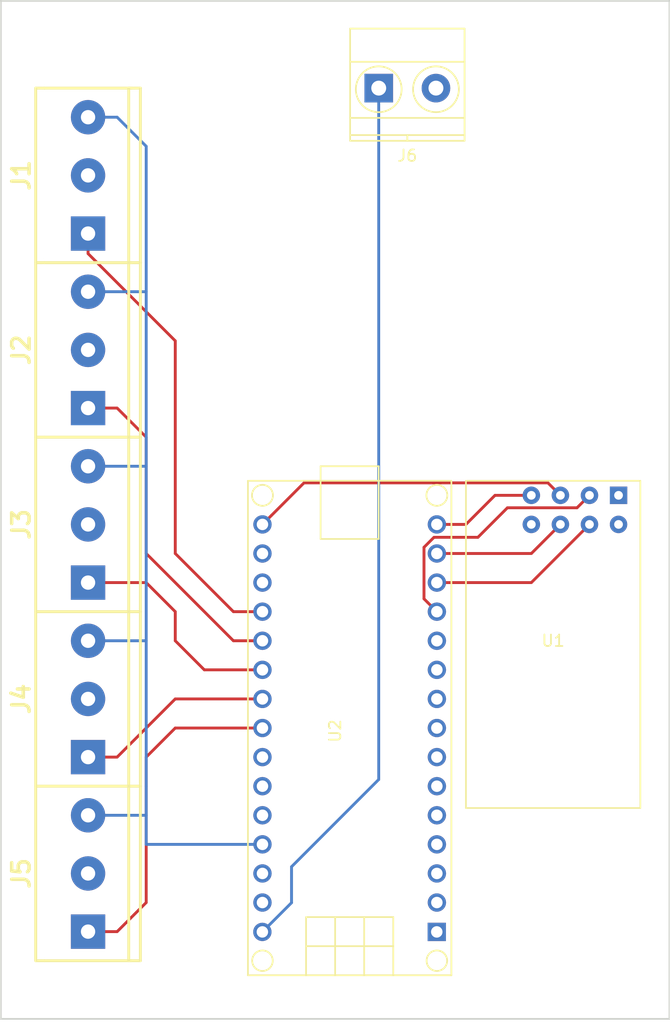
<source format=kicad_pcb>
(kicad_pcb (version 4) (host pcbnew 4.0.7-e2-6376~58~ubuntu16.04.1)

  (general
    (links 24)
    (no_connects 19)
    (area 20.244999 40.564999 78.815001 129.615001)
    (thickness 1.6)
    (drawings 4)
    (tracks 58)
    (zones 0)
    (modules 8)
    (nets 32)
  )

  (page A4)
  (layers
    (0 F.Cu signal)
    (31 B.Cu signal)
    (32 B.Adhes user)
    (33 F.Adhes user)
    (34 B.Paste user)
    (35 F.Paste user)
    (36 B.SilkS user)
    (37 F.SilkS user)
    (38 B.Mask user)
    (39 F.Mask user)
    (40 Dwgs.User user)
    (41 Cmts.User user)
    (42 Eco1.User user)
    (43 Eco2.User user)
    (44 Edge.Cuts user)
    (45 Margin user)
    (46 B.CrtYd user)
    (47 F.CrtYd user)
    (48 B.Fab user)
    (49 F.Fab user)
  )

  (setup
    (last_trace_width 0.25)
    (trace_clearance 0.2)
    (zone_clearance 0.508)
    (zone_45_only no)
    (trace_min 0.2)
    (segment_width 0.2)
    (edge_width 0.15)
    (via_size 0.6)
    (via_drill 0.4)
    (via_min_size 0.4)
    (via_min_drill 0.3)
    (uvia_size 0.3)
    (uvia_drill 0.1)
    (uvias_allowed no)
    (uvia_min_size 0.2)
    (uvia_min_drill 0.1)
    (pcb_text_width 0.3)
    (pcb_text_size 1.5 1.5)
    (mod_edge_width 0.15)
    (mod_text_size 1 1)
    (mod_text_width 0.15)
    (pad_size 1.524 1.524)
    (pad_drill 0.762)
    (pad_to_mask_clearance 0.2)
    (aux_axis_origin 0 0)
    (visible_elements FFFEFF7F)
    (pcbplotparams
      (layerselection 0x00030_80000001)
      (usegerberextensions false)
      (excludeedgelayer true)
      (linewidth 0.100000)
      (plotframeref false)
      (viasonmask false)
      (mode 1)
      (useauxorigin false)
      (hpglpennumber 1)
      (hpglpenspeed 20)
      (hpglpendiameter 15)
      (hpglpenoverlay 2)
      (psnegative false)
      (psa4output false)
      (plotreference true)
      (plotvalue true)
      (plotinvisibletext false)
      (padsonsilk false)
      (subtractmaskfromsilk false)
      (outputformat 1)
      (mirror false)
      (drillshape 1)
      (scaleselection 1)
      (outputdirectory ""))
  )

  (net 0 "")
  (net 1 /A0)
  (net 2 /A1)
  (net 3 /A2)
  (net 4 /A3)
  (net 5 /A4)
  (net 6 "Net-(U2-Pad1)")
  (net 7 "Net-(U2-Pad2)")
  (net 8 "Net-(U2-Pad3)")
  (net 9 "Net-(U2-Pad5)")
  (net 10 "Net-(U2-Pad6)")
  (net 11 "Net-(U2-Pad7)")
  (net 12 "Net-(U2-Pad8)")
  (net 13 "Net-(U2-Pad9)")
  (net 14 "Net-(U2-Pad10)")
  (net 15 "Net-(U2-Pad11)")
  (net 16 "Net-(U2-Pad24)")
  (net 17 "Net-(U2-Pad28)")
  (net 18 "Net-(U2-Pad26)")
  (net 19 "Net-(U2-Pad25)")
  (net 20 "Net-(U2-Pad17)")
  (net 21 "Net-(U2-Pad18)")
  (net 22 GND)
  (net 23 +12V)
  (net 24 +5V)
  (net 25 /SCK)
  (net 26 /MISO)
  (net 27 /IRQ)
  (net 28 /MOSI)
  (net 29 /SCN)
  (net 30 +3V3)
  (net 31 /CE/SS)

  (net_class Default "Это класс цепей по умолчанию."
    (clearance 0.2)
    (trace_width 0.25)
    (via_dia 0.6)
    (via_drill 0.4)
    (uvia_dia 0.3)
    (uvia_drill 0.1)
    (add_net +12V)
    (add_net +3V3)
    (add_net +5V)
    (add_net /A0)
    (add_net /A1)
    (add_net /A2)
    (add_net /A3)
    (add_net /A4)
    (add_net /CE/SS)
    (add_net /IRQ)
    (add_net /MISO)
    (add_net /MOSI)
    (add_net /SCK)
    (add_net /SCN)
    (add_net GND)
    (add_net "Net-(U2-Pad1)")
    (add_net "Net-(U2-Pad10)")
    (add_net "Net-(U2-Pad11)")
    (add_net "Net-(U2-Pad17)")
    (add_net "Net-(U2-Pad18)")
    (add_net "Net-(U2-Pad2)")
    (add_net "Net-(U2-Pad24)")
    (add_net "Net-(U2-Pad25)")
    (add_net "Net-(U2-Pad26)")
    (add_net "Net-(U2-Pad28)")
    (add_net "Net-(U2-Pad3)")
    (add_net "Net-(U2-Pad5)")
    (add_net "Net-(U2-Pad6)")
    (add_net "Net-(U2-Pad7)")
    (add_net "Net-(U2-Pad8)")
    (add_net "Net-(U2-Pad9)")
  )

  (module nRF24x:nRF24L01-NA (layer F.Cu) (tedit 59F3094F) (tstamp 5AFC14C0)
    (at 68.58 97.79)
    (tags nrf24l)
    (path /5A8FC002)
    (fp_text reference U1 (at 0 -1.27) (layer F.SilkS)
      (effects (font (size 1 1) (thickness 0.15)))
    )
    (fp_text value nRF24L01+PA (at 0 1.27) (layer F.Fab)
      (effects (font (size 1 1) (thickness 0.15)))
    )
    (fp_line (start 7.62 -15.24) (end -7.62 -15.24) (layer F.SilkS) (width 0.15))
    (fp_line (start -7.62 -15.24) (end -7.62 13.335) (layer F.SilkS) (width 0.15))
    (fp_line (start -7.62 13.335) (end 7.62 13.335) (layer F.SilkS) (width 0.15))
    (fp_line (start 7.62 13.335) (end 7.62 -15.24) (layer F.SilkS) (width 0.15))
    (pad 1 thru_hole rect (at 5.715 -13.97) (size 1.524 1.524) (drill 0.762) (layers *.Cu *.Mask)
      (net 22 GND))
    (pad 5 thru_hole circle (at 0.635 -13.97) (size 1.524 1.524) (drill 0.762) (layers *.Cu *.Mask)
      (net 25 /SCK))
    (pad 7 thru_hole circle (at -1.905 -13.97) (size 1.524 1.524) (drill 0.762) (layers *.Cu *.Mask)
      (net 26 /MISO))
    (pad 8 thru_hole circle (at -1.905 -11.43) (size 1.524 1.524) (drill 0.762) (layers *.Cu *.Mask)
      (net 27 /IRQ))
    (pad 6 thru_hole circle (at 0.635 -11.43) (size 1.524 1.524) (drill 0.762) (layers *.Cu *.Mask)
      (net 28 /MOSI))
    (pad 4 thru_hole circle (at 3.175 -11.43) (size 1.524 1.524) (drill 0.762) (layers *.Cu *.Mask)
      (net 29 /SCN))
    (pad 2 thru_hole circle (at 5.715 -11.43) (size 1.524 1.524) (drill 0.762) (layers *.Cu *.Mask)
      (net 30 +3V3))
    (pad 3 thru_hole circle (at 3.175 -13.97) (size 1.524 1.524) (drill 0.762) (layers *.Cu *.Mask)
      (net 31 /CE/SS))
    (model "${KIPRJMOD}/mod/packages3d/Nordic NRF24L01_plus.wrl"
      (at (xyz 0.283 -0.532 0.102))
      (scale (xyz 1 1 1))
      (rotate (xyz 0 0 -90))
    )
  )

  (module arduino:ArduinoNano (layer F.Cu) (tedit 5A3B5D95) (tstamp 5AFC14E2)
    (at 50.8 104.14)
    (tags "arduino nano")
    (path /5AFC0E49)
    (fp_text reference U2 (at -1.27 0.254 90) (layer F.SilkS)
      (effects (font (size 1 1) (thickness 0.15)))
    )
    (fp_text value ArduinoNano (at 1.016 0.254 90) (layer F.Fab)
      (effects (font (size 1 1) (thickness 0.15)))
    )
    (fp_line (start -8.89 -21.59) (end -8.89 21.59) (layer F.SilkS) (width 0.15))
    (fp_line (start -8.89 21.59) (end 8.89 21.59) (layer F.SilkS) (width 0.15))
    (fp_line (start 8.89 21.59) (end 8.89 -21.59) (layer F.SilkS) (width 0.15))
    (fp_line (start 8.89 -21.59) (end -8.89 -21.59) (layer F.SilkS) (width 0.15))
    (fp_circle (center 7.62 20.32) (end 6.985 19.685) (layer F.SilkS) (width 0.15))
    (fp_circle (center -7.62 20.32) (end -6.985 20.955) (layer F.SilkS) (width 0.15))
    (fp_circle (center -7.62 -20.32) (end -6.858 -19.812) (layer F.SilkS) (width 0.15))
    (fp_circle (center 7.62 -20.32) (end 8.128 -19.558) (layer F.SilkS) (width 0.15))
    (fp_line (start 0 16.51) (end 3.81 16.51) (layer F.SilkS) (width 0.15))
    (fp_line (start 3.81 16.51) (end 3.81 21.59) (layer F.SilkS) (width 0.15))
    (fp_line (start 0 16.51) (end -3.81 16.51) (layer F.SilkS) (width 0.15))
    (fp_line (start -3.81 16.51) (end -3.81 21.59) (layer F.SilkS) (width 0.15))
    (fp_line (start -1.27 21.59) (end -1.27 16.51) (layer F.SilkS) (width 0.15))
    (fp_line (start 1.27 21.59) (end 1.27 16.51) (layer F.SilkS) (width 0.15))
    (fp_line (start -3.81 19.05) (end 3.81 19.05) (layer F.SilkS) (width 0.15))
    (fp_line (start -2.54 -22.86) (end 2.54 -22.86) (layer F.SilkS) (width 0.15))
    (fp_line (start 2.54 -22.86) (end 2.54 -16.51) (layer F.SilkS) (width 0.15))
    (fp_line (start 2.54 -16.51) (end -2.54 -16.51) (layer F.SilkS) (width 0.15))
    (fp_line (start -2.54 -16.51) (end -2.54 -22.86) (layer F.SilkS) (width 0.15))
    (pad 1 thru_hole rect (at 7.61184 17.80448) (size 1.6 1.6) (drill 1) (layers *.Cu *.Mask)
      (net 6 "Net-(U2-Pad1)"))
    (pad 2 thru_hole circle (at 7.62 15.24) (size 1.6 1.6) (drill 1) (layers *.Cu *.Mask)
      (net 7 "Net-(U2-Pad2)"))
    (pad 3 thru_hole circle (at 7.62 12.7) (size 1.6 1.6) (drill 1) (layers *.Cu *.Mask)
      (net 8 "Net-(U2-Pad3)"))
    (pad 4 thru_hole circle (at 7.62 10.16) (size 1.6 1.6) (drill 1) (layers *.Cu *.Mask)
      (net 22 GND))
    (pad 5 thru_hole circle (at 7.62 7.62) (size 1.6 1.6) (drill 1) (layers *.Cu *.Mask)
      (net 9 "Net-(U2-Pad5)"))
    (pad 6 thru_hole circle (at 7.62 5.08) (size 1.6 1.6) (drill 1) (layers *.Cu *.Mask)
      (net 10 "Net-(U2-Pad6)"))
    (pad 7 thru_hole circle (at 7.62 2.54) (size 1.6 1.6) (drill 1) (layers *.Cu *.Mask)
      (net 11 "Net-(U2-Pad7)"))
    (pad 8 thru_hole circle (at 7.62 0) (size 1.6 1.6) (drill 1) (layers *.Cu *.Mask)
      (net 12 "Net-(U2-Pad8)"))
    (pad 9 thru_hole circle (at 7.62 -2.54) (size 1.6 1.6) (drill 1) (layers *.Cu *.Mask)
      (net 13 "Net-(U2-Pad9)"))
    (pad 10 thru_hole circle (at 7.62 -5.08) (size 1.6 1.6) (drill 1) (layers *.Cu *.Mask)
      (net 14 "Net-(U2-Pad10)"))
    (pad 11 thru_hole circle (at 7.62 -7.62) (size 1.6 1.6) (drill 1) (layers *.Cu *.Mask)
      (net 15 "Net-(U2-Pad11)"))
    (pad 12 thru_hole circle (at 7.62 -10.16) (size 1.6 1.6) (drill 1) (layers *.Cu *.Mask)
      (net 31 /CE/SS))
    (pad 13 thru_hole circle (at 7.62 -12.7) (size 1.6 1.6) (drill 1) (layers *.Cu *.Mask)
      (net 29 /SCN))
    (pad 15 thru_hole circle (at 7.62 -17.78) (size 1.6 1.6) (drill 1) (layers *.Cu *.Mask)
      (net 26 /MISO))
    (pad 14 thru_hole circle (at 7.62 -15.24) (size 1.6 1.6) (drill 1) (layers *.Cu *.Mask)
      (net 28 /MOSI))
    (pad 22 thru_hole circle (at -7.62 -2.54) (size 1.6 1.6) (drill 1) (layers *.Cu *.Mask)
      (net 4 /A3))
    (pad 23 thru_hole circle (at -7.62 0) (size 1.6 1.6) (drill 1) (layers *.Cu *.Mask)
      (net 5 /A4))
    (pad 21 thru_hole circle (at -7.62 -5.08) (size 1.6 1.6) (drill 1) (layers *.Cu *.Mask)
      (net 3 /A2))
    (pad 24 thru_hole circle (at -7.62 2.54) (size 1.6 1.6) (drill 1) (layers *.Cu *.Mask)
      (net 16 "Net-(U2-Pad24)"))
    (pad 27 thru_hole circle (at -7.62 10.16) (size 1.6 1.6) (drill 1) (layers *.Cu *.Mask)
      (net 24 +5V))
    (pad 28 thru_hole circle (at -7.62 12.7) (size 1.6 1.6) (drill 1) (layers *.Cu *.Mask)
      (net 17 "Net-(U2-Pad28)"))
    (pad 30 thru_hole circle (at -7.62816 17.80448) (size 1.6 1.6) (drill 1) (layers *.Cu *.Mask)
      (net 23 +12V))
    (pad 29 thru_hole circle (at -7.62 15.24) (size 1.6 1.6) (drill 1) (layers *.Cu *.Mask)
      (net 22 GND))
    (pad 26 thru_hole circle (at -7.62 7.62) (size 1.6 1.6) (drill 1) (layers *.Cu *.Mask)
      (net 18 "Net-(U2-Pad26)"))
    (pad 25 thru_hole circle (at -7.62 5.08) (size 1.6 1.6) (drill 1) (layers *.Cu *.Mask)
      (net 19 "Net-(U2-Pad25)"))
    (pad 19 thru_hole circle (at -7.62 -10.16) (size 1.6 1.6) (drill 1) (layers *.Cu *.Mask)
      (net 1 /A0))
    (pad 17 thru_hole circle (at -7.62 -15.24) (size 1.6 1.6) (drill 1) (layers *.Cu *.Mask)
      (net 20 "Net-(U2-Pad17)"))
    (pad 20 thru_hole circle (at -7.62 -7.62) (size 1.6 1.6) (drill 1) (layers *.Cu *.Mask)
      (net 2 /A1))
    (pad 18 thru_hole circle (at -7.62 -12.7) (size 1.6 1.6) (drill 1) (layers *.Cu *.Mask)
      (net 21 "Net-(U2-Pad18)"))
    (pad 16 thru_hole circle (at -7.62 -17.78) (size 1.6 1.6) (drill 1) (layers *.Cu *.Mask)
      (net 25 /SCK))
    (model ${KIPRJMOD}/mod/packages3d/Nano-Rev3_0.wrl
      (at (xyz -0.003 0.013 0.1))
      (scale (xyz 1 1 1))
      (rotate (xyz 0 0 -90))
    )
  )

  (module TerminalBlocks_Phoenix:TerminalBlock_Phoenix_MKDS1.5-2pol (layer F.Cu) (tedit 59FF0755) (tstamp 5AFC191F)
    (at 53.34 48.26)
    (descr "2-way 5mm pitch terminal block, Phoenix MKDS series")
    (path /5AFC21BA)
    (fp_text reference J6 (at 2.5 5.9) (layer F.SilkS)
      (effects (font (size 1 1) (thickness 0.15)))
    )
    (fp_text value Screw_Terminal_01x02 (at 2.5 -6.6) (layer F.Fab)
      (effects (font (size 1 1) (thickness 0.15)))
    )
    (fp_text user %R (at 2.5 0) (layer F.Fab)
      (effects (font (size 1 1) (thickness 0.15)))
    )
    (fp_line (start -2.7 -5.4) (end 7.7 -5.4) (layer F.CrtYd) (width 0.05))
    (fp_line (start -2.7 4.8) (end -2.7 -5.4) (layer F.CrtYd) (width 0.05))
    (fp_line (start 7.7 4.8) (end -2.7 4.8) (layer F.CrtYd) (width 0.05))
    (fp_line (start 7.7 -5.4) (end 7.7 4.8) (layer F.CrtYd) (width 0.05))
    (fp_line (start 2.5 4.1) (end 2.5 4.6) (layer F.SilkS) (width 0.15))
    (fp_line (start -2.5 2.6) (end 7.5 2.6) (layer F.SilkS) (width 0.15))
    (fp_line (start -2.5 -2.3) (end 7.5 -2.3) (layer F.SilkS) (width 0.15))
    (fp_line (start -2.5 4.1) (end 7.5 4.1) (layer F.SilkS) (width 0.15))
    (fp_line (start -2.5 4.6) (end 7.5 4.6) (layer F.SilkS) (width 0.15))
    (fp_line (start 7.5 4.6) (end 7.5 -5.2) (layer F.SilkS) (width 0.15))
    (fp_line (start 7.5 -5.2) (end -2.5 -5.2) (layer F.SilkS) (width 0.15))
    (fp_line (start -2.5 -5.2) (end -2.5 4.6) (layer F.SilkS) (width 0.15))
    (fp_circle (center 5 0.1) (end 3 0.1) (layer F.SilkS) (width 0.15))
    (fp_circle (center 0 0.1) (end 2 0.1) (layer F.SilkS) (width 0.15))
    (pad 1 thru_hole rect (at 0 0) (size 2.5 2.5) (drill 1.3) (layers *.Cu *.Mask)
      (net 23 +12V))
    (pad 2 thru_hole circle (at 5 0) (size 2.5 2.5) (drill 1.3) (layers *.Cu *.Mask)
      (net 22 GND))
    (model ${KIPRJMOD}/mod/packages3d/walter/conn_screw/mors_2p.wrl
      (at (xyz 0.0984 0 0))
      (scale (xyz 1 1 1))
      (rotate (xyz 0 0 0))
    )
  )

  (module w_conn_screw:mors_3p (layer F.Cu) (tedit 5AFC20A1) (tstamp 5AFC21A2)
    (at 27.94 71.12 90)
    (descr "Terminal block 3 pins")
    (tags DEV)
    (path /5AFC1157)
    (fp_text reference J2 (at 0 -5.842 90) (layer F.SilkS)
      (effects (font (thickness 0.3048)))
    )
    (fp_text value Screw_Terminal_01x03 (at 0 5.842 90) (layer Dwgs.User)
      (effects (font (thickness 0.3048)))
    )
    (fp_line (start -7.62 4.572) (end -7.62 3.556) (layer F.SilkS) (width 0.254))
    (fp_line (start -7.62 3.556) (end 7.62 3.556) (layer F.SilkS) (width 0.254))
    (fp_line (start 7.62 3.556) (end 7.62 4.572) (layer F.SilkS) (width 0.254))
    (fp_line (start 7.62 4.572) (end -7.62 4.572) (layer F.SilkS) (width 0.254))
    (fp_line (start -7.62 -4.572) (end -7.62 -3.81) (layer F.SilkS) (width 0.254))
    (fp_line (start -7.62 -4.572) (end 7.62 -4.572) (layer F.SilkS) (width 0.254))
    (fp_line (start 7.62 -4.572) (end 7.62 -3.81) (layer F.SilkS) (width 0.254))
    (fp_line (start -7.62 3.81) (end -7.62 -3.81) (layer F.SilkS) (width 0.254))
    (fp_line (start 7.62 3.81) (end 7.62 -3.81) (layer F.SilkS) (width 0.254))
    (pad 1 thru_hole rect (at -5.08 0 90) (size 2.99974 2.99974) (drill 1.24968) (layers *.Cu *.Mask)
      (net 2 /A1))
    (pad 2 thru_hole circle (at 0 0 90) (size 2.99974 2.99974) (drill 1.24968) (layers *.Cu *.Mask)
      (net 22 GND))
    (pad 3 thru_hole circle (at 5.08 0 90) (size 2.99974 2.99974) (drill 1.24968) (layers *.Cu *.Mask)
      (net 24 +5V))
    (model ${KIPRJMOD}/mod/packages3d/walter/conn_screw/mors_3p.wrl
      (at (xyz 0 0 0))
      (scale (xyz 1 1 1))
      (rotate (xyz 0 0 0))
    )
  )

  (module w_conn_screw:mors_3p (layer F.Cu) (tedit 5AFC20A1) (tstamp 5AFC2211)
    (at 27.94 86.36 90)
    (descr "Terminal block 3 pins")
    (tags DEV)
    (path /5AFC1179)
    (fp_text reference J3 (at 0 -5.842 90) (layer F.SilkS)
      (effects (font (thickness 0.3048)))
    )
    (fp_text value Screw_Terminal_01x03 (at 0 5.842 90) (layer Dwgs.User)
      (effects (font (thickness 0.3048)))
    )
    (fp_line (start -7.62 4.572) (end -7.62 3.556) (layer F.SilkS) (width 0.254))
    (fp_line (start -7.62 3.556) (end 7.62 3.556) (layer F.SilkS) (width 0.254))
    (fp_line (start 7.62 3.556) (end 7.62 4.572) (layer F.SilkS) (width 0.254))
    (fp_line (start 7.62 4.572) (end -7.62 4.572) (layer F.SilkS) (width 0.254))
    (fp_line (start -7.62 -4.572) (end -7.62 -3.81) (layer F.SilkS) (width 0.254))
    (fp_line (start -7.62 -4.572) (end 7.62 -4.572) (layer F.SilkS) (width 0.254))
    (fp_line (start 7.62 -4.572) (end 7.62 -3.81) (layer F.SilkS) (width 0.254))
    (fp_line (start -7.62 3.81) (end -7.62 -3.81) (layer F.SilkS) (width 0.254))
    (fp_line (start 7.62 3.81) (end 7.62 -3.81) (layer F.SilkS) (width 0.254))
    (pad 1 thru_hole rect (at -5.08 0 90) (size 2.99974 2.99974) (drill 1.24968) (layers *.Cu *.Mask)
      (net 3 /A2))
    (pad 2 thru_hole circle (at 0 0 90) (size 2.99974 2.99974) (drill 1.24968) (layers *.Cu *.Mask)
      (net 22 GND))
    (pad 3 thru_hole circle (at 5.08 0 90) (size 2.99974 2.99974) (drill 1.24968) (layers *.Cu *.Mask)
      (net 24 +5V))
    (model ${KIPRJMOD}/mod/packages3d/walter/conn_screw/mors_3p.wrl
      (at (xyz 0 0 0))
      (scale (xyz 1 1 1))
      (rotate (xyz 0 0 0))
    )
  )

  (module w_conn_screw:mors_3p (layer F.Cu) (tedit 5AFC20A1) (tstamp 5AFC2221)
    (at 27.94 101.6 90)
    (descr "Terminal block 3 pins")
    (tags DEV)
    (path /5AFC11CB)
    (fp_text reference J4 (at 0 -5.842 90) (layer F.SilkS)
      (effects (font (thickness 0.3048)))
    )
    (fp_text value Screw_Terminal_01x03 (at 0 5.842 90) (layer Dwgs.User)
      (effects (font (thickness 0.3048)))
    )
    (fp_line (start -7.62 4.572) (end -7.62 3.556) (layer F.SilkS) (width 0.254))
    (fp_line (start -7.62 3.556) (end 7.62 3.556) (layer F.SilkS) (width 0.254))
    (fp_line (start 7.62 3.556) (end 7.62 4.572) (layer F.SilkS) (width 0.254))
    (fp_line (start 7.62 4.572) (end -7.62 4.572) (layer F.SilkS) (width 0.254))
    (fp_line (start -7.62 -4.572) (end -7.62 -3.81) (layer F.SilkS) (width 0.254))
    (fp_line (start -7.62 -4.572) (end 7.62 -4.572) (layer F.SilkS) (width 0.254))
    (fp_line (start 7.62 -4.572) (end 7.62 -3.81) (layer F.SilkS) (width 0.254))
    (fp_line (start -7.62 3.81) (end -7.62 -3.81) (layer F.SilkS) (width 0.254))
    (fp_line (start 7.62 3.81) (end 7.62 -3.81) (layer F.SilkS) (width 0.254))
    (pad 1 thru_hole rect (at -5.08 0 90) (size 2.99974 2.99974) (drill 1.24968) (layers *.Cu *.Mask)
      (net 4 /A3))
    (pad 2 thru_hole circle (at 0 0 90) (size 2.99974 2.99974) (drill 1.24968) (layers *.Cu *.Mask)
      (net 22 GND))
    (pad 3 thru_hole circle (at 5.08 0 90) (size 2.99974 2.99974) (drill 1.24968) (layers *.Cu *.Mask)
      (net 24 +5V))
    (model ${KIPRJMOD}/mod/packages3d/walter/conn_screw/mors_3p.wrl
      (at (xyz 0 0 0))
      (scale (xyz 1 1 1))
      (rotate (xyz 0 0 0))
    )
  )

  (module w_conn_screw:mors_3p (layer F.Cu) (tedit 5AFC20A1) (tstamp 5AFC2231)
    (at 27.94 116.84 90)
    (descr "Terminal block 3 pins")
    (tags DEV)
    (path /5AFC11F7)
    (fp_text reference J5 (at 0 -5.842 90) (layer F.SilkS)
      (effects (font (thickness 0.3048)))
    )
    (fp_text value Screw_Terminal_01x03 (at 0 5.842 90) (layer Dwgs.User)
      (effects (font (thickness 0.3048)))
    )
    (fp_line (start -7.62 4.572) (end -7.62 3.556) (layer F.SilkS) (width 0.254))
    (fp_line (start -7.62 3.556) (end 7.62 3.556) (layer F.SilkS) (width 0.254))
    (fp_line (start 7.62 3.556) (end 7.62 4.572) (layer F.SilkS) (width 0.254))
    (fp_line (start 7.62 4.572) (end -7.62 4.572) (layer F.SilkS) (width 0.254))
    (fp_line (start -7.62 -4.572) (end -7.62 -3.81) (layer F.SilkS) (width 0.254))
    (fp_line (start -7.62 -4.572) (end 7.62 -4.572) (layer F.SilkS) (width 0.254))
    (fp_line (start 7.62 -4.572) (end 7.62 -3.81) (layer F.SilkS) (width 0.254))
    (fp_line (start -7.62 3.81) (end -7.62 -3.81) (layer F.SilkS) (width 0.254))
    (fp_line (start 7.62 3.81) (end 7.62 -3.81) (layer F.SilkS) (width 0.254))
    (pad 1 thru_hole rect (at -5.08 0 90) (size 2.99974 2.99974) (drill 1.24968) (layers *.Cu *.Mask)
      (net 5 /A4))
    (pad 2 thru_hole circle (at 0 0 90) (size 2.99974 2.99974) (drill 1.24968) (layers *.Cu *.Mask)
      (net 22 GND))
    (pad 3 thru_hole circle (at 5.08 0 90) (size 2.99974 2.99974) (drill 1.24968) (layers *.Cu *.Mask)
      (net 24 +5V))
    (model ${KIPRJMOD}/mod/packages3d/walter/conn_screw/mors_3p.wrl
      (at (xyz 0 0 0))
      (scale (xyz 1 1 1))
      (rotate (xyz 0 0 0))
    )
  )

  (module w_conn_screw:mors_3p (layer F.Cu) (tedit 5AFC20A1) (tstamp 5AFC2327)
    (at 27.94 55.88 90)
    (descr "Terminal block 3 pins")
    (tags DEV)
    (path /5AFC0F42)
    (fp_text reference J1 (at 0 -5.842 90) (layer F.SilkS)
      (effects (font (thickness 0.3048)))
    )
    (fp_text value Screw_Terminal_01x03 (at 0 5.842 90) (layer Dwgs.User)
      (effects (font (thickness 0.3048)))
    )
    (fp_line (start -7.62 4.572) (end -7.62 3.556) (layer F.SilkS) (width 0.254))
    (fp_line (start -7.62 3.556) (end 7.62 3.556) (layer F.SilkS) (width 0.254))
    (fp_line (start 7.62 3.556) (end 7.62 4.572) (layer F.SilkS) (width 0.254))
    (fp_line (start 7.62 4.572) (end -7.62 4.572) (layer F.SilkS) (width 0.254))
    (fp_line (start -7.62 -4.572) (end -7.62 -3.81) (layer F.SilkS) (width 0.254))
    (fp_line (start -7.62 -4.572) (end 7.62 -4.572) (layer F.SilkS) (width 0.254))
    (fp_line (start 7.62 -4.572) (end 7.62 -3.81) (layer F.SilkS) (width 0.254))
    (fp_line (start -7.62 3.81) (end -7.62 -3.81) (layer F.SilkS) (width 0.254))
    (fp_line (start 7.62 3.81) (end 7.62 -3.81) (layer F.SilkS) (width 0.254))
    (pad 1 thru_hole rect (at -5.08 0 90) (size 2.99974 2.99974) (drill 1.24968) (layers *.Cu *.Mask)
      (net 1 /A0))
    (pad 2 thru_hole circle (at 0 0 90) (size 2.99974 2.99974) (drill 1.24968) (layers *.Cu *.Mask)
      (net 22 GND))
    (pad 3 thru_hole circle (at 5.08 0 90) (size 2.99974 2.99974) (drill 1.24968) (layers *.Cu *.Mask)
      (net 24 +5V))
    (model ${KIPRJMOD}/mod/packages3d/walter/conn_screw/mors_3p.wrl
      (at (xyz 0 0 0))
      (scale (xyz 1 1 1))
      (rotate (xyz 0 0 0))
    )
  )

  (gr_line (start 20.32 129.54) (end 20.32 40.64) (layer Edge.Cuts) (width 0.15))
  (gr_line (start 78.74 129.54) (end 20.32 129.54) (layer Edge.Cuts) (width 0.15))
  (gr_line (start 78.74 40.64) (end 78.74 129.54) (layer Edge.Cuts) (width 0.15))
  (gr_line (start 20.32 40.64) (end 78.74 40.64) (layer Edge.Cuts) (width 0.15))

  (segment (start 35.56 88.9) (end 40.64 93.98) (width 0.25) (layer F.Cu) (net 1))
  (segment (start 40.64 93.98) (end 43.18 93.98) (width 0.25) (layer F.Cu) (net 1))
  (segment (start 35.56 70.32987) (end 35.56 88.9) (width 0.25) (layer F.Cu) (net 1))
  (segment (start 27.94 60.96) (end 27.94 62.70987) (width 0.25) (layer F.Cu) (net 1))
  (segment (start 27.94 62.70987) (end 35.56 70.32987) (width 0.25) (layer F.Cu) (net 1))
  (segment (start 27.94 76.2) (end 30.48 76.2) (width 0.25) (layer F.Cu) (net 2))
  (segment (start 30.48 76.2) (end 33.02 78.74) (width 0.25) (layer F.Cu) (net 2))
  (segment (start 33.02 78.74) (end 33.02 88.9) (width 0.25) (layer F.Cu) (net 2))
  (segment (start 33.02 88.9) (end 40.64 96.52) (width 0.25) (layer F.Cu) (net 2))
  (segment (start 40.64 96.52) (end 43.18 96.52) (width 0.25) (layer F.Cu) (net 2))
  (segment (start 27.94 91.44) (end 33.02 91.44) (width 0.25) (layer F.Cu) (net 3))
  (segment (start 33.02 91.44) (end 35.56 93.98) (width 0.25) (layer F.Cu) (net 3))
  (segment (start 35.56 93.98) (end 35.56 96.52) (width 0.25) (layer F.Cu) (net 3))
  (segment (start 35.56 96.52) (end 38.1 99.06) (width 0.25) (layer F.Cu) (net 3))
  (segment (start 38.1 99.06) (end 43.18 99.06) (width 0.25) (layer F.Cu) (net 3))
  (segment (start 27.94 106.68) (end 30.48 106.68) (width 0.25) (layer F.Cu) (net 4))
  (segment (start 30.48 106.68) (end 35.56 101.6) (width 0.25) (layer F.Cu) (net 4))
  (segment (start 35.56 101.6) (end 43.18 101.6) (width 0.25) (layer F.Cu) (net 4))
  (segment (start 35.56 104.14) (end 43.18 104.14) (width 0.25) (layer F.Cu) (net 5))
  (segment (start 33.02 106.68) (end 35.56 104.14) (width 0.25) (layer F.Cu) (net 5))
  (segment (start 33.02 119.38) (end 33.02 106.68) (width 0.25) (layer F.Cu) (net 5))
  (segment (start 30.48 121.92) (end 33.02 119.38) (width 0.25) (layer F.Cu) (net 5))
  (segment (start 27.94 121.92) (end 30.48 121.92) (width 0.25) (layer F.Cu) (net 5))
  (segment (start 45.72 116.255) (end 45.72 119.39632) (width 0.25) (layer B.Cu) (net 23))
  (segment (start 45.72 119.39632) (end 43.17184 121.94448) (width 0.25) (layer B.Cu) (net 23))
  (segment (start 53.34 48.26) (end 53.34 108.635) (width 0.25) (layer B.Cu) (net 23))
  (segment (start 53.34 108.635) (end 45.72 116.255) (width 0.25) (layer B.Cu) (net 23))
  (segment (start 27.94 81.28) (end 33.02 81.28) (width 0.25) (layer B.Cu) (net 24))
  (segment (start 33.02 53.34) (end 33.02 66.04) (width 0.25) (layer B.Cu) (net 24))
  (segment (start 33.02 66.04) (end 33.02 96.52) (width 0.25) (layer B.Cu) (net 24))
  (segment (start 27.94 66.04) (end 33.02 66.04) (width 0.25) (layer B.Cu) (net 24))
  (segment (start 33.02 96.52) (end 33.02 109.22) (width 0.25) (layer B.Cu) (net 24))
  (segment (start 27.94 96.52) (end 33.02 96.52) (width 0.25) (layer B.Cu) (net 24))
  (segment (start 33.02 114.3) (end 33.02 111.76) (width 0.25) (layer B.Cu) (net 24))
  (segment (start 33.02 111.76) (end 33.02 109.22) (width 0.25) (layer B.Cu) (net 24))
  (segment (start 27.94 111.76) (end 33.02 111.76) (width 0.25) (layer B.Cu) (net 24))
  (segment (start 43.18 114.3) (end 33.02 114.3) (width 0.25) (layer B.Cu) (net 24))
  (segment (start 30.48 50.8) (end 33.02 53.34) (width 0.25) (layer B.Cu) (net 24))
  (segment (start 27.94 50.8) (end 30.48 50.8) (width 0.25) (layer B.Cu) (net 24))
  (segment (start 69.215 83.82) (end 68.127999 82.732999) (width 0.25) (layer F.Cu) (net 25))
  (segment (start 68.127999 82.732999) (end 46.807001 82.732999) (width 0.25) (layer F.Cu) (net 25))
  (segment (start 46.807001 82.732999) (end 43.979999 85.560001) (width 0.25) (layer F.Cu) (net 25))
  (segment (start 43.979999 85.560001) (end 43.18 86.36) (width 0.25) (layer F.Cu) (net 25))
  (segment (start 60.96 86.36) (end 63.5 83.82) (width 0.25) (layer F.Cu) (net 26))
  (segment (start 63.5 83.82) (end 66.675 83.82) (width 0.25) (layer F.Cu) (net 26))
  (segment (start 58.42 86.36) (end 60.96 86.36) (width 0.25) (layer F.Cu) (net 26))
  (segment (start 69.215 86.36) (end 66.675 88.9) (width 0.25) (layer F.Cu) (net 28))
  (segment (start 66.675 88.9) (end 58.42 88.9) (width 0.25) (layer F.Cu) (net 28))
  (segment (start 71.755 86.36) (end 66.675 91.44) (width 0.25) (layer F.Cu) (net 29))
  (segment (start 66.675 91.44) (end 58.42 91.44) (width 0.25) (layer F.Cu) (net 29))
  (segment (start 71.755 83.82) (end 70.667999 84.907001) (width 0.25) (layer F.Cu) (net 31))
  (segment (start 62.009001 87.485001) (end 58.169997 87.485001) (width 0.25) (layer F.Cu) (net 31))
  (segment (start 70.667999 84.907001) (end 64.587001 84.907001) (width 0.25) (layer F.Cu) (net 31))
  (segment (start 57.620001 93.180001) (end 58.42 93.98) (width 0.25) (layer F.Cu) (net 31))
  (segment (start 64.587001 84.907001) (end 62.009001 87.485001) (width 0.25) (layer F.Cu) (net 31))
  (segment (start 58.169997 87.485001) (end 57.294999 88.359999) (width 0.25) (layer F.Cu) (net 31))
  (segment (start 57.294999 88.359999) (end 57.294999 92.854999) (width 0.25) (layer F.Cu) (net 31))
  (segment (start 57.294999 92.854999) (end 57.620001 93.180001) (width 0.25) (layer F.Cu) (net 31))

)

</source>
